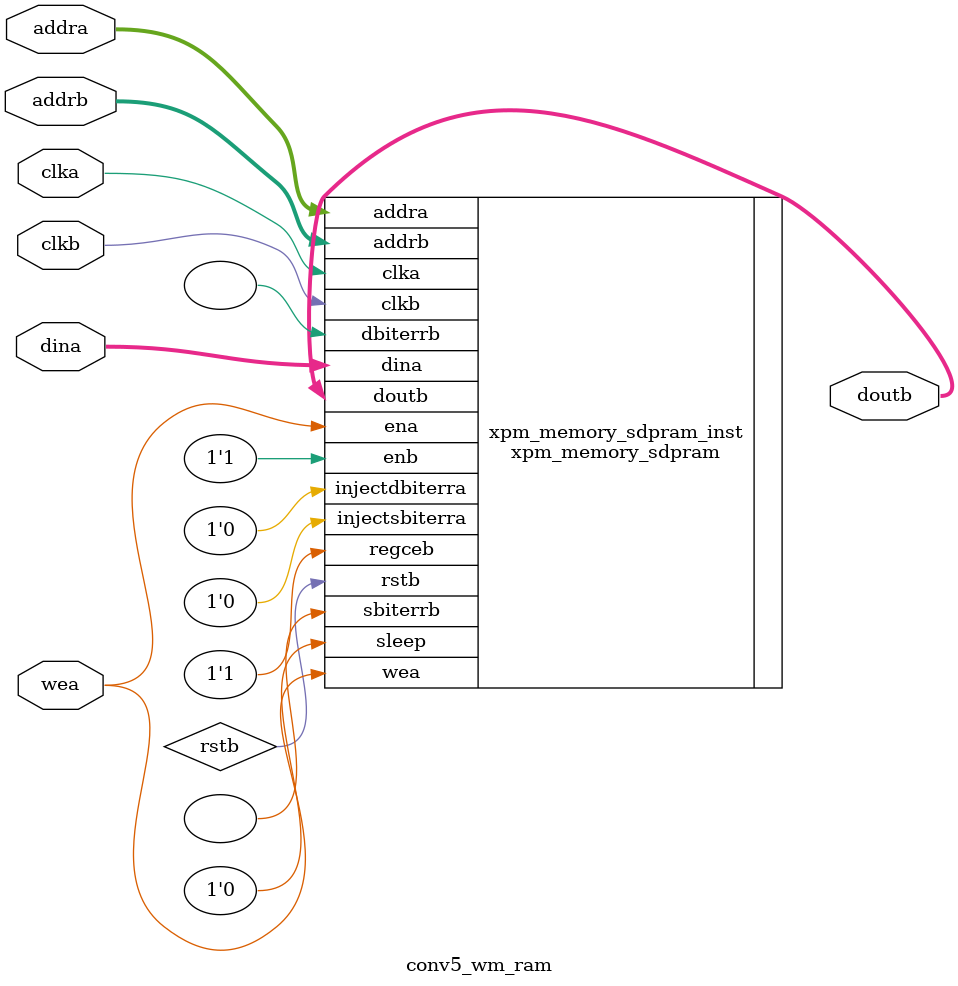
<source format=v>
module conv5_wm_ram(clka, wea, addra, dina, clkb, addrb, doutb);
  input clka;
  input [0:0]wea;
  input [9:0]addra;
  input [511:0]dina;
  input clkb;
  input [9:0]addrb;
  output [511:0]doutb;

   // xpm_memory_sdpram: Simple Dual Port RAM
   // Xilinx Parameterized Macro, version 2020.2

   xpm_memory_sdpram #(
      .ADDR_WIDTH_A(10),               // DECIMAL
      .ADDR_WIDTH_B(10),               // DECIMAL
      .AUTO_SLEEP_TIME(0),            // DECIMAL
      .BYTE_WRITE_WIDTH_A(512),        // DECIMAL
      .CASCADE_HEIGHT(0),             // DECIMAL
      .CLOCKING_MODE("common_clock"), // String
      .ECC_MODE("no_ecc"),            // String
      .MEMORY_INIT_FILE("none"),      // String
      .MEMORY_INIT_PARAM("0"),        // String
      .MEMORY_OPTIMIZATION("true"),   // String
      .MEMORY_PRIMITIVE("ultra"),      // String
      .MEMORY_SIZE(442368),             // DECIMAL
      .MESSAGE_CONTROL(0),            // DECIMAL
      .READ_DATA_WIDTH_B(512),         // DECIMAL
      .READ_LATENCY_B(2),             // DECIMAL
      .READ_RESET_VALUE_B("0"),       // String
      .RST_MODE_A("SYNC"),            // String
      .RST_MODE_B("SYNC"),            // String
      .SIM_ASSERT_CHK(0),             // DECIMAL; 0=disable simulation messages, 1=enable simulation messages
      .USE_EMBEDDED_CONSTRAINT(0),    // DECIMAL
      .USE_MEM_INIT(0),               // DECIMAL
      .WAKEUP_TIME("disable_sleep"),  // String
      .WRITE_DATA_WIDTH_A(512),        // DECIMAL
      .WRITE_MODE_B("read_first")      // String
   )
   xpm_memory_sdpram_inst (
      .dbiterrb(),             // 1-bit output: Status signal to indicate double bit error occurrence
                                       // on the data output of port B.

      .doutb(doutb),                   // READ_DATA_WIDTH_B-bit output: Data output for port B read operations.
      .sbiterrb(),             // 1-bit output: Status signal to indicate single bit error occurrence
                                       // on the data output of port B.

      .addra(addra),                   // ADDR_WIDTH_A-bit input: Address for port A write operations.
      .addrb(addrb),                   // ADDR_WIDTH_B-bit input: Address for port B read operations.
      .clka(clka),                     // 1-bit input: Clock signal for port A. Also clocks port B when
                                       // parameter CLOCKING_MODE is "common_clock".

      .clkb(clkb),                     // 1-bit input: Clock signal for port B when parameter CLOCKING_MODE is
                                       // "independent_clock". Unused when parameter CLOCKING_MODE is
                                       // "common_clock".

      .dina(dina),                     // WRITE_DATA_WIDTH_A-bit input: Data input for port A write operations.
      .ena(wea),                       // 1-bit input: Memory enable signal for port A. Must be high on clock
                                       // cycles when write operations are initiated. Pipelined internally.

      .enb(1'b1),                       // 1-bit input: Memory enable signal for port B. Must be high on clock
                                       // cycles when read operations are initiated. Pipelined internally.

      .injectdbiterra(1'b0), // 1-bit input: Controls double bit error injection on input data when
                                       // ECC enabled (Error injection capability is not available in
                                       // "decode_only" mode).

      .injectsbiterra(1'b0), // 1-bit input: Controls single bit error injection on input data when
                                       // ECC enabled (Error injection capability is not available in
                                       // "decode_only" mode).

      .regceb(1'b1),                 // 1-bit input: Clock Enable for the last register stage on the output
                                       // data path.

      .rstb(rstb),                     // 1-bit input: Reset signal for the final port B output register stage.
                                       // Synchronously resets output port doutb to the value specified by
                                       // parameter READ_RESET_VALUE_B.

      .sleep(1'b0),                   // 1-bit input: sleep signal to enable the dynamic power saving feature.
      .wea(wea)                        // WRITE_DATA_WIDTH_A/BYTE_WRITE_WIDTH_A-bit input: Write enable vector
                                       // for port A input data port dina. 1 bit wide when word-wide writes are
                                       // used. In byte-wide write configurations, each bit controls the
                                       // writing one byte of dina to address addra. For example, to
                                       // synchronously write only bits [15-8] of dina when WRITE_DATA_WIDTH_A
                                       // is 32, wea would be 4'b0010.

   );

   // End of xpm_memory_sdpram_inst instantiation


endmodule

</source>
